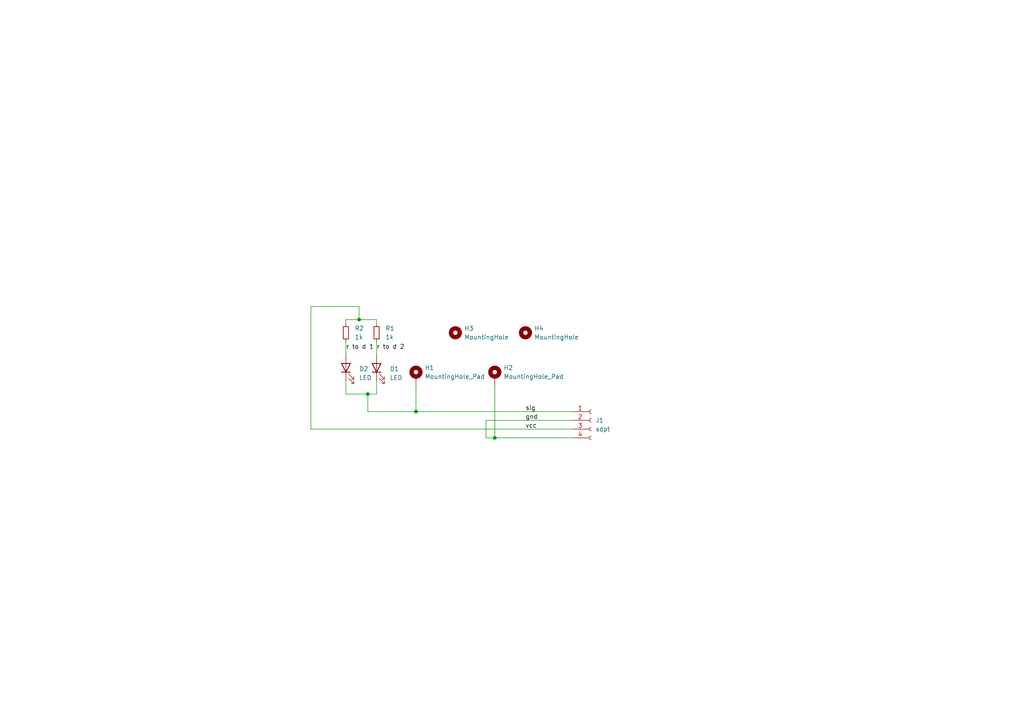
<source format=kicad_sch>
(kicad_sch (version 20211123) (generator eeschema)
  (paper "A4")
  (lib_symbols
    (symbol "Connector:Conn_01x04_Female" (pin_names (offset 1.016) hide)
      (property "Reference" "J" (at 0 5.08 0))
      (property "Value" "Conn_01x04_Female" (at 0 -7.62 0))
      (symbol "Conn_01x04_Female_1_1"
        (arc (start 0 -4.572) (mid -0.508 -5.08) (end 0 -5.588) (stroke (width 0.1524)))
        (arc (start 0 -2.032) (mid -0.508 -2.54) (end 0 -3.048) (stroke (width 0.1524)))
        (polyline (pts (xy -1.27 -5.08) (xy -0.508 -5.08)) (stroke (width 0.1524)))
        (polyline (pts (xy -1.27 -2.54) (xy -0.508 -2.54)) (stroke (width 0.1524)))
        (polyline (pts (xy -1.27 0) (xy -0.508 0)) (stroke (width 0.1524)))
        (polyline (pts (xy -1.27 2.54) (xy -0.508 2.54)) (stroke (width 0.1524)))
        (arc (start 0 0.508) (mid -0.508 0) (end 0 -0.508) (stroke (width 0.1524)))
        (arc (start 0 3.048) (mid -0.508 2.54) (end 0 2.032) (stroke (width 0.1524)))
        (pin passive line (at -5.08 2.54 0) (length 3.81) (name "Pin_1") (number "1"))
        (pin passive line (at -5.08 0 0) (length 3.81) (name "Pin_2") (number "2"))
        (pin passive line (at -5.08 -2.54 0) (length 3.81) (name "Pin_3") (number "3"))
        (pin passive line (at -5.08 -5.08 0) (length 3.81) (name "Pin_4") (number "4"))
      )
    )
    (symbol "Device:LED" (pin_numbers hide) (pin_names (offset 1.016) hide)
      (property "Reference" "D" (at 0 2.54 0))
      (property "Value" "LED" (at 0 -2.54 0))
      (symbol "LED_0_1"
        (polyline (pts (xy -1.27 -1.27) (xy -1.27 1.27)) (stroke (width 0.254)))
        (polyline (pts (xy -1.27 0) (xy 1.27 0)))
        (polyline (pts (xy 1.27 -1.27) (xy 1.27 1.27) (xy -1.27 0) (xy 1.27 -1.27)) (stroke (width 0.254)))
        (polyline (pts (xy -3.048 -0.762) (xy -4.572 -2.286) (xy -3.81 -2.286) (xy -4.572 -2.286) (xy -4.572 -1.524)))
        (polyline (pts (xy -1.778 -0.762) (xy -3.302 -2.286) (xy -2.54 -2.286) (xy -3.302 -2.286) (xy -3.302 -1.524)))
      )
      (symbol "LED_1_1"
        (pin passive line (at -3.81 0 0) (length 2.54) (name "K") (number "1"))
        (pin passive line (at 3.81 0 180) (length 2.54) (name "A") (number "2"))
      )
    )
    (symbol "Device:R_Small" (pin_numbers hide) (pin_names (offset 0.254) hide)
      (property "Reference" "R" (at 0.762 0.508 0))
      (property "Value" "R_Small" (at 0.762 -1.016 0))
      (symbol "R_Small_0_1"
        (rectangle (start -0.762 1.778) (end 0.762 -1.778) (stroke (width 0.2032)))
      )
      (symbol "R_Small_1_1"
        (pin passive line (at 0 2.54 270) (length 0.762) (name "~") (number "1"))
        (pin passive line (at 0 -2.54 90) (length 0.762) (name "~") (number "2"))
      )
    )
    (symbol "Mechanical:MountingHole" (pin_names (offset 1.016))
      (property "Reference" "H" (at 0 5.08 0))
      (property "Value" "MountingHole" (at 0 3.175 0))
      (symbol "MountingHole_0_1"
        (circle (center 0 0) (radius 1.27) (stroke (width 1.27)))
      )
    )
    (symbol "Mechanical:MountingHole_Pad" (pin_numbers hide) (pin_names (offset 1.016) hide)
      (property "Reference" "H" (at 0 6.35 0))
      (property "Value" "MountingHole_Pad" (at 0 4.445 0))
      (symbol "MountingHole_Pad_0_1"
        (circle (center 0 1.27) (radius 1.27) (stroke (width 1.27)))
      )
      (symbol "MountingHole_Pad_1_1"
        (pin input line (at 0 -2.54 90) (length 2.54) (name "1") (number "1"))
      )
    )
  )
  (junction (at 106.68 114.3))
  (junction (at 120.65 119.38))
  (junction (at 104.14 92.71))
  (junction (at 143.51 127))
  (wire (pts (xy 106.68 119.38) (xy 120.65 119.38)))
  (wire (pts (xy 100.33 92.71) (xy 100.33 93.98)))
  (wire (pts (xy 140.97 121.92) (xy 140.97 127)))
  (wire (pts (xy 143.51 127) (xy 166.37 127)))
  (wire (pts (xy 109.22 92.71) (xy 109.22 93.98)))
  (wire (pts (xy 90.17 88.9) (xy 104.14 88.9)))
  (wire (pts (xy 104.14 92.71) (xy 109.22 92.71)))
  (wire (pts (xy 100.33 110.49) (xy 100.33 114.3)))
  (wire (pts (xy 104.14 88.9) (xy 104.14 92.71)))
  (wire (pts (xy 90.17 124.46) (xy 166.37 124.46)))
  (wire (pts (xy 106.68 114.3) (xy 106.68 119.38)))
  (wire (pts (xy 100.33 92.71) (xy 104.14 92.71)))
  (wire (pts (xy 143.51 111.76) (xy 143.51 127)))
  (wire (pts (xy 140.97 127) (xy 143.51 127)))
  (wire (pts (xy 109.22 99.06) (xy 109.22 102.87)))
  (wire (pts (xy 100.33 114.3) (xy 106.68 114.3)))
  (wire (pts (xy 120.65 111.76) (xy 120.65 119.38)))
  (wire (pts (xy 100.33 99.06) (xy 100.33 102.87)))
  (wire (pts (xy 109.22 114.3) (xy 109.22 110.49)))
  (wire (pts (xy 120.65 119.38) (xy 166.37 119.38)))
  (wire (pts (xy 90.17 124.46) (xy 90.17 88.9)))
  (wire (pts (xy 140.97 121.92) (xy 166.37 121.92)))
  (wire (pts (xy 106.68 114.3) (xy 109.22 114.3)))
  (label "gnd" (at 152.4 121.92 0))
  (label "r to d 2" (at 109.22 101.6 0))
  (label "sig" (at 152.4 119.38 0))
  (label "r to d 1" (at 100.33 101.6 0))
  (label "vcc" (at 152.4 124.46 0))
  (symbol (lib_id "Mechanical:MountingHole") (at 152.4 96.52 0) (unit 1)
    (property "Reference" "H4" (at 154.94 95.2499 0) (effects (justify left)))
    (property "Value" "MountingHole" (at 154.94 97.7899 0) (effects (justify left)))
    (property "Footprint" "MountingHole:MountingHole_2.1mm" (effects hide))
  )
  (symbol (lib_id "Device:LED") (at 109.22 106.68 90) (unit 1)
    (property "Reference" "D1" (at 113.03 106.9974 90) (effects (justify right)))
    (property "Value" "LED" (at 113.03 109.5374 90) (effects (justify right)))
    (property "Footprint" "LED_SMD:LED_0603_1608Metric" (effects hide))
  )
  (symbol (lib_id "Device:R_Small") (at 100.33 96.52 0) (unit 1)
    (property "Reference" "R2" (at 102.87 95.2499 0) (effects (justify left)))
    (property "Value" "1k" (at 102.87 97.7899 0) (effects (justify left)))
    (property "Footprint" "Resistor_SMD:R_0603_1608Metric" (effects hide))
  )
  (symbol (lib_id "Device:LED") (at 100.33 106.68 90) (unit 1)
    (property "Reference" "D2" (at 104.14 106.9974 90) (effects (justify right)))
    (property "Value" "LED" (at 104.14 109.5374 90) (effects (justify right)))
    (property "Footprint" "LED_SMD:LED_0603_1608Metric" (effects hide))
  )
  (symbol (lib_id "Mechanical:MountingHole_Pad") (at 120.65 109.22 0) (unit 1)
    (property "Reference" "H1" (at 123.19 106.6799 0) (effects (justify left)))
    (property "Value" "MountingHole_Pad" (at 123.19 109.2199 0) (effects (justify left)))
    (property "Footprint" "MountingHole:MountingHole_3.2mm_M3_Pad_Via" (effects hide))
  )
  (symbol (lib_id "Connector:Conn_01x04_Female") (at 171.45 121.92 0) (unit 1)
    (property "Reference" "J1" (at 172.72 121.9199 0) (effects (justify left)))
    (property "Value" "sdpt" (at 172.72 124.4599 0) (effects (justify left)))
    (property "Footprint" "custom:sdpt" (effects hide))
  )
  (symbol (lib_id "Device:R_Small") (at 109.22 96.52 0) (unit 1)
    (property "Reference" "R1" (at 111.76 95.2499 0) (effects (justify left)))
    (property "Value" "1k" (at 111.76 97.7899 0) (effects (justify left)))
    (property "Footprint" "Resistor_SMD:R_0603_1608Metric" (effects hide))
  )
  (symbol (lib_id "Mechanical:MountingHole_Pad") (at 143.51 109.22 0) (unit 1)
    (property "Reference" "H2" (at 146.05 106.6799 0) (effects (justify left)))
    (property "Value" "MountingHole_Pad" (at 146.05 109.2199 0) (effects (justify left)))
    (property "Footprint" "MountingHole:MountingHole_3.2mm_M3_Pad_Via" (effects hide))
  )
  (symbol (lib_id "Mechanical:MountingHole") (at 132.08 96.52 0) (unit 1)
    (property "Reference" "H3" (at 134.62 95.2499 0) (effects (justify left)))
    (property "Value" "MountingHole" (at 134.62 97.7899 0) (effects (justify left)))
    (property "Footprint" "MountingHole:MountingHole_2.1mm" (effects hide))
  )
)
</source>
